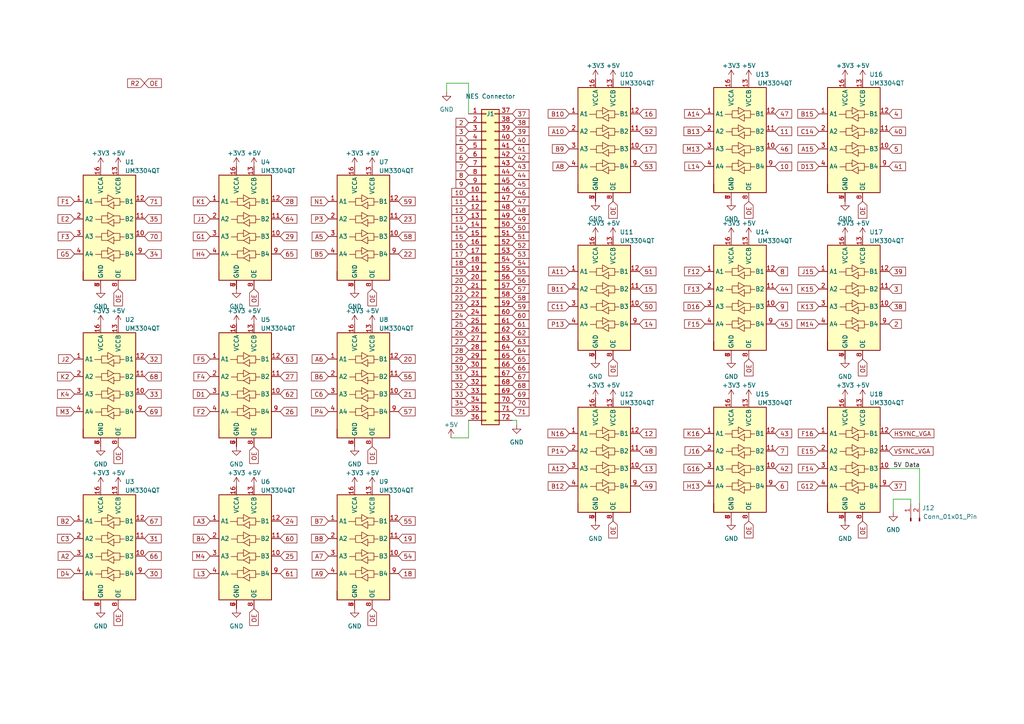
<source format=kicad_sch>
(kicad_sch (version 20230121) (generator eeschema)
  (paper "A4")
  (lib_symbols
    (symbol "Connector:Conn_01x02_Pin" (pin_names (offset 1.016) hide)
      (property "Reference" "J" (at 0 2.54 0))
      (property "Value" "Conn_01x02_Pin" (at 0 -5.08 0))
      (symbol "Conn_01x02_Pin_1_1"
        (pin passive line (at 5.08 0 180) (length 3.81) (name "Pin_1") (number "1"))
        (pin passive line (at 5.08 -2.54 180) (length 3.81) (name "Pin_2") (number "2"))
      )
    )
    (symbol "Connector_Generic:Conn_02x36_Top_Bottom" (pin_names (offset 1.016) hide)
      (property "Reference" "J" (at 1.27 45.72 0))
      (property "Value" "Conn_02x36_Top_Bottom" (at 1.27 -48.26 0))
      (symbol "Conn_02x36_Top_Bottom_1_1"
        (pin passive line (at -5.08 43.18 0) (length 3.81) (name "Pin_1") (number "1"))
        (pin passive line (at -5.08 20.32 0) (length 3.81) (name "Pin_10") (number "10"))
        (pin passive line (at -5.08 17.78 0) (length 3.81) (name "Pin_11") (number "11"))
        (pin passive line (at -5.08 15.24 0) (length 3.81) (name "Pin_12") (number "12"))
        (pin passive line (at -5.08 12.7 0) (length 3.81) (name "Pin_13") (number "13"))
        (pin passive line (at -5.08 10.16 0) (length 3.81) (name "Pin_14") (number "14"))
        (pin passive line (at -5.08 7.62 0) (length 3.81) (name "Pin_15") (number "15"))
        (pin passive line (at -5.08 5.08 0) (length 3.81) (name "Pin_16") (number "16"))
        (pin passive line (at -5.08 2.54 0) (length 3.81) (name "Pin_17") (number "17"))
        (pin passive line (at -5.08 0 0) (length 3.81) (name "Pin_18") (number "18"))
        (pin passive line (at -5.08 -2.54 0) (length 3.81) (name "Pin_19") (number "19"))
        (pin passive line (at -5.08 40.64 0) (length 3.81) (name "Pin_2") (number "2"))
        (pin passive line (at -5.08 -5.08 0) (length 3.81) (name "Pin_20") (number "20"))
        (pin passive line (at -5.08 -7.62 0) (length 3.81) (name "Pin_21") (number "21"))
        (pin passive line (at -5.08 -10.16 0) (length 3.81) (name "Pin_22") (number "22"))
        (pin passive line (at -5.08 -12.7 0) (length 3.81) (name "Pin_23") (number "23"))
        (pin passive line (at -5.08 -15.24 0) (length 3.81) (name "Pin_24") (number "24"))
        (pin passive line (at -5.08 -17.78 0) (length 3.81) (name "Pin_25") (number "25"))
        (pin passive line (at -5.08 -20.32 0) (length 3.81) (name "Pin_26") (number "26"))
        (pin passive line (at -5.08 -22.86 0) (length 3.81) (name "Pin_27") (number "27"))
        (pin passive line (at -5.08 -25.4 0) (length 3.81) (name "Pin_28") (number "28"))
        (pin passive line (at -5.08 -27.94 0) (length 3.81) (name "Pin_29") (number "29"))
        (pin passive line (at -5.08 38.1 0) (length 3.81) (name "Pin_3") (number "3"))
        (pin passive line (at -5.08 -30.48 0) (length 3.81) (name "Pin_30") (number "30"))
        (pin passive line (at -5.08 -33.02 0) (length 3.81) (name "Pin_31") (number "31"))
        (pin passive line (at -5.08 -35.56 0) (length 3.81) (name "Pin_32") (number "32"))
        (pin passive line (at -5.08 -38.1 0) (length 3.81) (name "Pin_33") (number "33"))
        (pin passive line (at -5.08 -40.64 0) (length 3.81) (name "Pin_34") (number "34"))
        (pin passive line (at -5.08 -43.18 0) (length 3.81) (name "Pin_35") (number "35"))
        (pin passive line (at -5.08 -45.72 0) (length 3.81) (name "Pin_36") (number "36"))
        (pin passive line (at 7.62 43.18 180) (length 3.81) (name "Pin_37") (number "37"))
        (pin passive line (at 7.62 40.64 180) (length 3.81) (name "Pin_38") (number "38"))
        (pin passive line (at 7.62 38.1 180) (length 3.81) (name "Pin_39") (number "39"))
        (pin passive line (at -5.08 35.56 0) (length 3.81) (name "Pin_4") (number "4"))
        (pin passive line (at 7.62 35.56 180) (length 3.81) (name "Pin_40") (number "40"))
        (pin passive line (at 7.62 33.02 180) (length 3.81) (name "Pin_41") (number "41"))
        (pin passive line (at 7.62 30.48 180) (length 3.81) (name "Pin_42") (number "42"))
        (pin passive line (at 7.62 27.94 180) (length 3.81) (name "Pin_43") (number "43"))
        (pin passive line (at 7.62 25.4 180) (length 3.81) (name "Pin_44") (number "44"))
        (pin passive line (at 7.62 22.86 180) (length 3.81) (name "Pin_45") (number "45"))
        (pin passive line (at 7.62 20.32 180) (length 3.81) (name "Pin_46") (number "46"))
        (pin passive line (at 7.62 17.78 180) (length 3.81) (name "Pin_47") (number "47"))
        (pin passive line (at 7.62 15.24 180) (length 3.81) (name "Pin_48") (number "48"))
        (pin passive line (at 7.62 12.7 180) (length 3.81) (name "Pin_49") (number "49"))
        (pin passive line (at -5.08 33.02 0) (length 3.81) (name "Pin_5") (number "5"))
        (pin passive line (at 7.62 10.16 180) (length 3.81) (name "Pin_50") (number "50"))
        (pin passive line (at 7.62 7.62 180) (length 3.81) (name "Pin_51") (number "51"))
        (pin passive line (at 7.62 5.08 180) (length 3.81) (name "Pin_52") (number "52"))
        (pin passive line (at 7.62 2.54 180) (length 3.81) (name "Pin_53") (number "53"))
        (pin passive line (at 7.62 0 180) (length 3.81) (name "Pin_54") (number "54"))
        (pin passive line (at 7.62 -2.54 180) (length 3.81) (name "Pin_55") (number "55"))
        (pin passive line (at 7.62 -5.08 180) (length 3.81) (name "Pin_56") (number "56"))
        (pin passive line (at 7.62 -7.62 180) (length 3.81) (name "Pin_57") (number "57"))
        (pin passive line (at 7.62 -10.16 180) (length 3.81) (name "Pin_58") (number "58"))
        (pin passive line (at 7.62 -12.7 180) (length 3.81) (name "Pin_59") (number "59"))
        (pin passive line (at -5.08 30.48 0) (length 3.81) (name "Pin_6") (number "6"))
        (pin passive line (at 7.62 -15.24 180) (length 3.81) (name "Pin_60") (number "60"))
        (pin passive line (at 7.62 -17.78 180) (length 3.81) (name "Pin_61") (number "61"))
        (pin passive line (at 7.62 -20.32 180) (length 3.81) (name "Pin_62") (number "62"))
        (pin passive line (at 7.62 -22.86 180) (length 3.81) (name "Pin_63") (number "63"))
        (pin passive line (at 7.62 -25.4 180) (length 3.81) (name "Pin_64") (number "64"))
        (pin passive line (at 7.62 -27.94 180) (length 3.81) (name "Pin_65") (number "65"))
        (pin passive line (at 7.62 -30.48 180) (length 3.81) (name "Pin_66") (number "66"))
        (pin passive line (at 7.62 -33.02 180) (length 3.81) (name "Pin_67") (number "67"))
        (pin passive line (at 7.62 -35.56 180) (length 3.81) (name "Pin_68") (number "68"))
        (pin passive line (at 7.62 -38.1 180) (length 3.81) (name "Pin_69") (number "69"))
        (pin passive line (at -5.08 27.94 0) (length 3.81) (name "Pin_7") (number "7"))
        (pin passive line (at 7.62 -40.64 180) (length 3.81) (name "Pin_70") (number "70"))
        (pin passive line (at 7.62 -43.18 180) (length 3.81) (name "Pin_71") (number "71"))
        (pin passive line (at 7.62 -45.72 180) (length 3.81) (name "Pin_72") (number "72"))
        (pin passive line (at -5.08 25.4 0) (length 3.81) (name "Pin_8") (number "8"))
        (pin passive line (at -5.08 22.86 0) (length 3.81) (name "Pin_9") (number "9"))
      )
    )
    (symbol "New_Library:UM3304QT"
      (property "Reference" "U" (at -6.35 16.51 0))
      (property "Value" "UM3304QT" (at 3.81 16.51 0))
      (symbol "UM3304QT_1_1"
        (pin bidirectional line (at -10.16 7.62 0) (length 2.54) (name "A1") (number "1"))
        (pin bidirectional line (at 10.16 -2.54 180) (length 2.54) (name "B3") (number "10"))
        (pin bidirectional line (at 10.16 2.54 180) (length 2.54) (name "B2") (number "11"))
        (pin bidirectional line (at 10.16 7.62 180) (length 2.54) (name "B1") (number "12"))
        (pin power_in line (at 2.54 17.78 270) (length 2.54) (name "VCCB") (number "13"))
        (pin no_connect line (at 10.16 12.7 180) (length 2.54) hide (name "NC") (number "14"))
        (pin no_connect line (at -10.16 12.7 0) (length 2.54) hide (name "NC") (number "15"))
        (pin power_in line (at -2.54 17.78 270) (length 2.54) (name "VCCA") (number "16"))
        (pin bidirectional line (at -10.16 2.54 0) (length 2.54) (name "A2") (number "2"))
        (pin bidirectional line (at -10.16 -2.54 0) (length 2.54) (name "A3") (number "3"))
        (pin bidirectional line (at -10.16 -7.62 0) (length 2.54) (name "A4") (number "4"))
        (pin no_connect line (at -10.16 -11.43 0) (length 2.54) hide (name "NC") (number "5"))
        (pin power_in line (at -2.54 -17.78 90) (length 2.54) (name "GND") (number "6"))
        (pin power_in line (at -2.54 -17.78 90) (length 2.54) (name "GND") (number "7"))
        (pin input line (at 2.54 -17.78 90) (length 2.54) (name "OE") (number "8"))
        (pin bidirectional line (at 10.16 -7.62 180) (length 2.54) (name "B4") (number "9"))
      )
    )
    (symbol "power:+3V3" (power) (pin_names (offset 0))
      (property "Value" "+3V3" (at 0 3.556 0))
      (symbol "+3V3_1_1"
        (pin power_in line (at 0 0 90) (length 0) hide (name "+3V3") (number "1"))
      )
    )
    (symbol "power:+5V" (power) (pin_names (offset 0))
      (property "Value" "+5V" (at 0 3.556 0))
      (symbol "+5V_1_1"
        (pin power_in line (at 0 0 90) (length 0) hide (name "+5V") (number "1"))
      )
    )
    (symbol "power:GND" (power) (pin_names (offset 0))
      (property "Value" "GND" (at 0 -3.81 0))
      (symbol "GND_1_1"
        (pin power_in line (at 0 0 270) (length 0) hide (name "GND") (number "1"))
      )
    )
  )
  (wire (pts (xy 149.86 121.92) (xy 149.86 123.19)))
  (wire (pts (xy 257.81 135.89) (xy 266.7 135.89)))
  (wire (pts (xy 259.08 148.59) (xy 259.08 144.78)))
  (wire (pts (xy 135.89 121.92) (xy 135.89 127)))
  (wire (pts (xy 135.89 127) (xy 130.81 127)))
  (wire (pts (xy 148.59 121.92) (xy 149.86 121.92)))
  (wire (pts (xy 259.08 144.78) (xy 264.16 144.78)))
  (wire (pts (xy 264.16 144.78) (xy 264.16 146.05)))
  (wire (pts (xy 266.7 135.89) (xy 266.7 146.05)))
  (wire (pts (xy 135.89 24.13) (xy 129.54 24.13)))
  (wire (pts (xy 129.54 24.13) (xy 129.54 26.67)))
  (wire (pts (xy 135.89 33.02) (xy 135.89 24.13)))
  (label "5V Data" (at 259.08 135.89 0))
  (global_label "43" (shape input) (at 148.59 48.26 0) (property "Intersheetrefs" "${INTERSHEET_REFS}" (effects hide)))
  (global_label "3" (shape input) (at 135.89 38.1 180) (property "Intersheetrefs" "${INTERSHEET_REFS}" (effects hide)))
  (global_label "OE" (shape input) (at 34.29 176.53 270) (property "Intersheetrefs" "${INTERSHEET_REFS}" (effects hide)))
  (global_label "A2" (shape input) (at 21.59 161.29 180) (property "Intersheetrefs" "${INTERSHEET_REFS}" (effects hide)))
  (global_label "22" (shape input) (at 115.57 73.66 0) (property "Intersheetrefs" "${INTERSHEET_REFS}" (effects hide)))
  (global_label "A12" (shape input) (at 165.1 135.89 180) (property "Intersheetrefs" "${INTERSHEET_REFS}" (effects hide)))
  (global_label "21" (shape input) (at 115.57 114.3 0) (property "Intersheetrefs" "${INTERSHEET_REFS}" (effects hide)))
  (global_label "9" (shape input) (at 224.79 88.9 0) (property "Intersheetrefs" "${INTERSHEET_REFS}" (effects hide)))
  (global_label "13" (shape input) (at 185.42 135.89 0) (property "Intersheetrefs" "${INTERSHEET_REFS}" (effects hide)))
  (global_label "4" (shape input) (at 135.89 40.64 180) (property "Intersheetrefs" "${INTERSHEET_REFS}" (effects hide)))
  (global_label "29" (shape input) (at 81.28 68.58 0) (property "Intersheetrefs" "${INTERSHEET_REFS}" (effects hide)))
  (global_label "66" (shape input) (at 148.59 106.68 0) (property "Intersheetrefs" "${INTERSHEET_REFS}" (effects hide)))
  (global_label "18" (shape input) (at 135.89 76.2 180) (property "Intersheetrefs" "${INTERSHEET_REFS}" (effects hide)))
  (global_label "23" (shape input) (at 135.89 88.9 180) (property "Intersheetrefs" "${INTERSHEET_REFS}" (effects hide)))
  (global_label "K1" (shape input) (at 60.96 58.42 180) (property "Intersheetrefs" "${INTERSHEET_REFS}" (effects hide)))
  (global_label "31" (shape input) (at 41.91 156.21 0) (property "Intersheetrefs" "${INTERSHEET_REFS}" (effects hide)))
  (global_label "30" (shape input) (at 135.89 106.68 180) (property "Intersheetrefs" "${INTERSHEET_REFS}" (effects hide)))
  (global_label "A9" (shape input) (at 95.25 166.37 180) (property "Intersheetrefs" "${INTERSHEET_REFS}" (effects hide)))
  (global_label "68" (shape input) (at 41.91 109.22 0) (property "Intersheetrefs" "${INTERSHEET_REFS}" (effects hide)))
  (global_label "D16" (shape input) (at 204.47 88.9 180) (property "Intersheetrefs" "${INTERSHEET_REFS}" (effects hide)))
  (global_label "K4" (shape input) (at 21.59 114.3 180) (property "Intersheetrefs" "${INTERSHEET_REFS}" (effects hide)))
  (global_label "48" (shape input) (at 185.42 130.81 0) (property "Intersheetrefs" "${INTERSHEET_REFS}" (effects hide)))
  (global_label "OE" (shape input) (at 41.91 24.13 0) (property "Intersheetrefs" "${INTERSHEET_REFS}" (effects hide)))
  (global_label "46" (shape input) (at 224.79 43.18 0) (property "Intersheetrefs" "${INTERSHEET_REFS}" (effects hide)))
  (global_label "34" (shape input) (at 135.89 116.84 180) (property "Intersheetrefs" "${INTERSHEET_REFS}" (effects hide)))
  (global_label "43" (shape input) (at 224.79 125.73 0) (property "Intersheetrefs" "${INTERSHEET_REFS}" (effects hide)))
  (global_label "56" (shape input) (at 115.57 109.22 0) (property "Intersheetrefs" "${INTERSHEET_REFS}" (effects hide)))
  (global_label "F4" (shape input) (at 60.96 109.22 180) (property "Intersheetrefs" "${INTERSHEET_REFS}" (effects hide)))
  (global_label "40" (shape input) (at 148.59 40.64 0) (property "Intersheetrefs" "${INTERSHEET_REFS}" (effects hide)))
  (global_label "OE" (shape input) (at 34.29 83.82 270) (property "Intersheetrefs" "${INTERSHEET_REFS}" (effects hide)))
  (global_label "A3" (shape input) (at 60.96 151.13 180) (property "Intersheetrefs" "${INTERSHEET_REFS}" (effects hide)))
  (global_label "14" (shape input) (at 135.89 66.04 180) (property "Intersheetrefs" "${INTERSHEET_REFS}" (effects hide)))
  (global_label "B7" (shape input) (at 95.25 151.13 180) (property "Intersheetrefs" "${INTERSHEET_REFS}" (effects hide)))
  (global_label "49" (shape input) (at 148.59 63.5 0) (property "Intersheetrefs" "${INTERSHEET_REFS}" (effects hide)))
  (global_label "10" (shape input) (at 135.89 55.88 180) (property "Intersheetrefs" "${INTERSHEET_REFS}" (effects hide)))
  (global_label "34" (shape input) (at 41.91 73.66 0) (property "Intersheetrefs" "${INTERSHEET_REFS}" (effects hide)))
  (global_label "F1" (shape input) (at 21.59 58.42 180) (property "Intersheetrefs" "${INTERSHEET_REFS}" (effects hide)))
  (global_label "F3" (shape input) (at 21.59 68.58 180) (property "Intersheetrefs" "${INTERSHEET_REFS}" (effects hide)))
  (global_label "44" (shape input) (at 148.59 50.8 0) (property "Intersheetrefs" "${INTERSHEET_REFS}" (effects hide)))
  (global_label "7" (shape input) (at 135.89 48.26 180) (property "Intersheetrefs" "${INTERSHEET_REFS}" (effects hide)))
  (global_label "VSYNC_VGA" (shape input) (at 257.81 130.81 0) (property "Intersheetrefs" "${INTERSHEET_REFS}" (effects hide)))
  (global_label "OE" (shape input) (at 73.66 176.53 270) (property "Intersheetrefs" "${INTERSHEET_REFS}" (effects hide)))
  (global_label "12" (shape input) (at 185.42 125.73 0) (property "Intersheetrefs" "${INTERSHEET_REFS}" (effects hide)))
  (global_label "C6" (shape input) (at 95.25 114.3 180) (property "Intersheetrefs" "${INTERSHEET_REFS}" (effects hide)))
  (global_label "54" (shape input) (at 148.59 76.2 0) (property "Intersheetrefs" "${INTERSHEET_REFS}" (effects hide)))
  (global_label "M13" (shape input) (at 204.47 43.18 180) (property "Intersheetrefs" "${INTERSHEET_REFS}" (effects hide)))
  (global_label "L14" (shape input) (at 204.47 48.26 180) (property "Intersheetrefs" "${INTERSHEET_REFS}" (effects hide)))
  (global_label "32" (shape input) (at 135.89 111.76 180) (property "Intersheetrefs" "${INTERSHEET_REFS}" (effects hide)))
  (global_label "33" (shape input) (at 41.91 114.3 0) (property "Intersheetrefs" "${INTERSHEET_REFS}" (effects hide)))
  (global_label "J1" (shape input) (at 60.96 63.5 180) (property "Intersheetrefs" "${INTERSHEET_REFS}" (effects hide)))
  (global_label "28" (shape input) (at 135.89 101.6 180) (property "Intersheetrefs" "${INTERSHEET_REFS}" (effects hide)))
  (global_label "OE" (shape input) (at 217.17 151.13 270) (property "Intersheetrefs" "${INTERSHEET_REFS}" (effects hide)))
  (global_label "33" (shape input) (at 135.89 114.3 180) (property "Intersheetrefs" "${INTERSHEET_REFS}" (effects hide)))
  (global_label "F14" (shape input) (at 237.49 135.89 180) (property "Intersheetrefs" "${INTERSHEET_REFS}" (effects hide)))
  (global_label "OE" (shape input) (at 250.19 58.42 270) (property "Intersheetrefs" "${INTERSHEET_REFS}" (effects hide)))
  (global_label "38" (shape input) (at 148.59 35.56 0) (property "Intersheetrefs" "${INTERSHEET_REFS}" (effects hide)))
  (global_label "47" (shape input) (at 224.79 33.02 0) (property "Intersheetrefs" "${INTERSHEET_REFS}" (effects hide)))
  (global_label "63" (shape input) (at 148.59 99.06 0) (property "Intersheetrefs" "${INTERSHEET_REFS}" (effects hide)))
  (global_label "B8" (shape input) (at 95.25 156.21 180) (property "Intersheetrefs" "${INTERSHEET_REFS}" (effects hide)))
  (global_label "58" (shape input) (at 148.59 86.36 0) (property "Intersheetrefs" "${INTERSHEET_REFS}" (effects hide)))
  (global_label "46" (shape input) (at 148.59 55.88 0) (property "Intersheetrefs" "${INTERSHEET_REFS}" (effects hide)))
  (global_label "14" (shape input) (at 185.42 93.98 0) (property "Intersheetrefs" "${INTERSHEET_REFS}" (effects hide)))
  (global_label "F15" (shape input) (at 204.47 93.98 180) (property "Intersheetrefs" "${INTERSHEET_REFS}" (effects hide)))
  (global_label "31" (shape input) (at 135.89 109.22 180) (property "Intersheetrefs" "${INTERSHEET_REFS}" (effects hide)))
  (global_label "F5" (shape input) (at 60.96 104.14 180) (property "Intersheetrefs" "${INTERSHEET_REFS}" (effects hide)))
  (global_label "23" (shape input) (at 115.57 63.5 0) (property "Intersheetrefs" "${INTERSHEET_REFS}" (effects hide)))
  (global_label "55" (shape input) (at 115.57 151.13 0) (property "Intersheetrefs" "${INTERSHEET_REFS}" (effects hide)))
  (global_label "A7" (shape input) (at 95.25 161.29 180) (property "Intersheetrefs" "${INTERSHEET_REFS}" (effects hide)))
  (global_label "57" (shape input) (at 115.57 119.38 0) (property "Intersheetrefs" "${INTERSHEET_REFS}" (effects hide)))
  (global_label "22" (shape input) (at 135.89 86.36 180) (property "Intersheetrefs" "${INTERSHEET_REFS}" (effects hide)))
  (global_label "H13" (shape input) (at 204.47 140.97 180) (property "Intersheetrefs" "${INTERSHEET_REFS}" (effects hide)))
  (global_label "OE" (shape input) (at 217.17 104.14 270) (property "Intersheetrefs" "${INTERSHEET_REFS}" (effects hide)))
  (global_label "60" (shape input) (at 148.59 91.44 0) (property "Intersheetrefs" "${INTERSHEET_REFS}" (effects hide)))
  (global_label "OE" (shape input) (at 73.66 83.82 270) (property "Intersheetrefs" "${INTERSHEET_REFS}" (effects hide)))
  (global_label "68" (shape input) (at 148.59 111.76 0) (property "Intersheetrefs" "${INTERSHEET_REFS}" (effects hide)))
  (global_label "67" (shape input) (at 148.59 109.22 0) (property "Intersheetrefs" "${INTERSHEET_REFS}" (effects hide)))
  (global_label "K16" (shape input) (at 204.47 125.73 180) (property "Intersheetrefs" "${INTERSHEET_REFS}" (effects hide)))
  (global_label "B6" (shape input) (at 95.25 109.22 180) (property "Intersheetrefs" "${INTERSHEET_REFS}" (effects hide)))
  (global_label "60" (shape input) (at 81.28 156.21 0) (property "Intersheetrefs" "${INTERSHEET_REFS}" (effects hide)))
  (global_label "F12" (shape input) (at 204.47 78.74 180) (property "Intersheetrefs" "${INTERSHEET_REFS}" (effects hide)))
  (global_label "11" (shape input) (at 135.89 58.42 180) (property "Intersheetrefs" "${INTERSHEET_REFS}" (effects hide)))
  (global_label "A8" (shape input) (at 165.1 48.26 180) (property "Intersheetrefs" "${INTERSHEET_REFS}" (effects hide)))
  (global_label "51" (shape input) (at 148.59 68.58 0) (property "Intersheetrefs" "${INTERSHEET_REFS}" (effects hide)))
  (global_label "58" (shape input) (at 115.57 68.58 0) (property "Intersheetrefs" "${INTERSHEET_REFS}" (effects hide)))
  (global_label "39" (shape input) (at 148.59 38.1 0) (property "Intersheetrefs" "${INTERSHEET_REFS}" (effects hide)))
  (global_label "OE" (shape input) (at 34.29 129.54 270) (property "Intersheetrefs" "${INTERSHEET_REFS}" (effects hide)))
  (global_label "A14" (shape input) (at 204.47 33.02 180) (property "Intersheetrefs" "${INTERSHEET_REFS}" (effects hide)))
  (global_label "71" (shape input) (at 41.91 58.42 0) (property "Intersheetrefs" "${INTERSHEET_REFS}" (effects hide)))
  (global_label "62" (shape input) (at 148.59 96.52 0) (property "Intersheetrefs" "${INTERSHEET_REFS}" (effects hide)))
  (global_label "13" (shape input) (at 135.89 63.5 180) (property "Intersheetrefs" "${INTERSHEET_REFS}" (effects hide)))
  (global_label "G16" (shape input) (at 204.47 135.89 180) (property "Intersheetrefs" "${INTERSHEET_REFS}" (effects hide)))
  (global_label "6" (shape input) (at 224.79 140.97 0) (property "Intersheetrefs" "${INTERSHEET_REFS}" (effects hide)))
  (global_label "15" (shape input) (at 185.42 83.82 0) (property "Intersheetrefs" "${INTERSHEET_REFS}" (effects hide)))
  (global_label "24" (shape input) (at 135.89 91.44 180) (property "Intersheetrefs" "${INTERSHEET_REFS}" (effects hide)))
  (global_label "44" (shape input) (at 224.79 83.82 0) (property "Intersheetrefs" "${INTERSHEET_REFS}" (effects hide)))
  (global_label "G1" (shape input) (at 60.96 68.58 180) (property "Intersheetrefs" "${INTERSHEET_REFS}" (effects hide)))
  (global_label "B12" (shape input) (at 165.1 140.97 180) (property "Intersheetrefs" "${INTERSHEET_REFS}" (effects hide)))
  (global_label "P4" (shape input) (at 95.25 119.38 180) (property "Intersheetrefs" "${INTERSHEET_REFS}" (effects hide)))
  (global_label "OE" (shape input) (at 107.95 83.82 270) (property "Intersheetrefs" "${INTERSHEET_REFS}" (effects hide)))
  (global_label "54" (shape input) (at 115.57 161.29 0) (property "Intersheetrefs" "${INTERSHEET_REFS}" (effects hide)))
  (global_label "8" (shape input) (at 135.89 50.8 180) (property "Intersheetrefs" "${INTERSHEET_REFS}" (effects hide)))
  (global_label "OE" (shape input) (at 217.17 58.42 270) (property "Intersheetrefs" "${INTERSHEET_REFS}" (effects hide)))
  (global_label "57" (shape input) (at 148.59 83.82 0) (property "Intersheetrefs" "${INTERSHEET_REFS}" (effects hide)))
  (global_label "59" (shape input) (at 148.59 88.9 0) (property "Intersheetrefs" "${INTERSHEET_REFS}" (effects hide)))
  (global_label "53" (shape input) (at 148.59 73.66 0) (property "Intersheetrefs" "${INTERSHEET_REFS}" (effects hide)))
  (global_label "K15" (shape input) (at 237.49 83.82 180) (property "Intersheetrefs" "${INTERSHEET_REFS}" (effects hide)))
  (global_label "70" (shape input) (at 41.91 68.58 0) (property "Intersheetrefs" "${INTERSHEET_REFS}" (effects hide)))
  (global_label "D4" (shape input) (at 21.59 166.37 180) (property "Intersheetrefs" "${INTERSHEET_REFS}" (effects hide)))
  (global_label "N1" (shape input) (at 95.25 58.42 180) (property "Intersheetrefs" "${INTERSHEET_REFS}" (effects hide)))
  (global_label "P3" (shape input) (at 95.25 63.5 180) (property "Intersheetrefs" "${INTERSHEET_REFS}" (effects hide)))
  (global_label "M3" (shape input) (at 21.59 119.38 180) (property "Intersheetrefs" "${INTERSHEET_REFS}" (effects hide)))
  (global_label "2" (shape input) (at 257.81 93.98 0) (property "Intersheetrefs" "${INTERSHEET_REFS}" (effects hide)))
  (global_label "53" (shape input) (at 185.42 48.26 0) (property "Intersheetrefs" "${INTERSHEET_REFS}" (effects hide)))
  (global_label "71" (shape input) (at 148.59 119.38 0) (property "Intersheetrefs" "${INTERSHEET_REFS}" (effects hide)))
  (global_label "B13" (shape input) (at 204.47 38.1 180) (property "Intersheetrefs" "${INTERSHEET_REFS}" (effects hide)))
  (global_label "A11" (shape input) (at 165.1 78.74 180) (property "Intersheetrefs" "${INTERSHEET_REFS}" (effects hide)))
  (global_label "21" (shape input) (at 135.89 83.82 180) (property "Intersheetrefs" "${INTERSHEET_REFS}" (effects hide)))
  (global_label "27" (shape input) (at 81.28 109.22 0) (property "Intersheetrefs" "${INTERSHEET_REFS}" (effects hide)))
  (global_label "20" (shape input) (at 135.89 81.28 180) (property "Intersheetrefs" "${INTERSHEET_REFS}" (effects hide)))
  (global_label "C11" (shape input) (at 165.1 88.9 180) (property "Intersheetrefs" "${INTERSHEET_REFS}" (effects hide)))
  (global_label "OE" (shape input) (at 73.66 129.54 270) (property "Intersheetrefs" "${INTERSHEET_REFS}" (effects hide)))
  (global_label "M14" (shape input) (at 237.49 93.98 180) (property "Intersheetrefs" "${INTERSHEET_REFS}" (effects hide)))
  (global_label "30" (shape input) (at 41.91 166.37 0) (property "Intersheetrefs" "${INTERSHEET_REFS}" (effects hide)))
  (global_label "R2" (shape input) (at 41.91 24.13 180) (property "Intersheetrefs" "${INTERSHEET_REFS}" (effects hide)))
  (global_label "49" (shape input) (at 185.42 140.97 0) (property "Intersheetrefs" "${INTERSHEET_REFS}" (effects hide)))
  (global_label "6" (shape input) (at 135.89 45.72 180) (property "Intersheetrefs" "${INTERSHEET_REFS}" (effects hide)))
  (global_label "55" (shape input) (at 148.59 78.74 0) (property "Intersheetrefs" "${INTERSHEET_REFS}" (effects hide)))
  (global_label "47" (shape input) (at 148.59 58.42 0) (property "Intersheetrefs" "${INTERSHEET_REFS}" (effects hide)))
  (global_label "62" (shape input) (at 81.28 114.3 0) (property "Intersheetrefs" "${INTERSHEET_REFS}" (effects hide)))
  (global_label "65" (shape input) (at 81.28 73.66 0) (property "Intersheetrefs" "${INTERSHEET_REFS}" (effects hide)))
  (global_label "C14" (shape input) (at 237.49 38.1 180) (property "Intersheetrefs" "${INTERSHEET_REFS}" (effects hide)))
  (global_label "26" (shape input) (at 135.89 96.52 180) (property "Intersheetrefs" "${INTERSHEET_REFS}" (effects hide)))
  (global_label "69" (shape input) (at 148.59 114.3 0) (property "Intersheetrefs" "${INTERSHEET_REFS}" (effects hide)))
  (global_label "B11" (shape input) (at 165.1 83.82 180) (property "Intersheetrefs" "${INTERSHEET_REFS}" (effects hide)))
  (global_label "40" (shape input) (at 257.81 38.1 0) (property "Intersheetrefs" "${INTERSHEET_REFS}" (effects hide)))
  (global_label "A10" (shape input) (at 165.1 38.1 180) (property "Intersheetrefs" "${INTERSHEET_REFS}" (effects hide)))
  (global_label "OE" (shape input) (at 177.8 104.14 270) (property "Intersheetrefs" "${INTERSHEET_REFS}" (effects hide)))
  (global_label "5" (shape input) (at 135.89 43.18 180) (property "Intersheetrefs" "${INTERSHEET_REFS}" (effects hide)))
  (global_label "70" (shape input) (at 148.59 116.84 0) (property "Intersheetrefs" "${INTERSHEET_REFS}" (effects hide)))
  (global_label "HSYNC_VGA" (shape input) (at 257.81 125.73 0) (property "Intersheetrefs" "${INTERSHEET_REFS}" (effects hide)))
  (global_label "19" (shape input) (at 135.89 78.74 180) (property "Intersheetrefs" "${INTERSHEET_REFS}" (effects hide)))
  (global_label "D13" (shape input) (at 237.49 48.26 180) (property "Intersheetrefs" "${INTERSHEET_REFS}" (effects hide)))
  (global_label "67" (shape input) (at 41.91 151.13 0) (property "Intersheetrefs" "${INTERSHEET_REFS}" (effects hide)))
  (global_label "J16" (shape input) (at 204.47 130.81 180) (property "Intersheetrefs" "${INTERSHEET_REFS}" (effects hide)))
  (global_label "41" (shape input) (at 257.81 48.26 0) (property "Intersheetrefs" "${INTERSHEET_REFS}" (effects hide)))
  (global_label "P13" (shape input) (at 165.1 93.98 180) (property "Intersheetrefs" "${INTERSHEET_REFS}" (effects hide)))
  (global_label "50" (shape input) (at 148.59 66.04 0) (property "Intersheetrefs" "${INTERSHEET_REFS}" (effects hide)))
  (global_label "L3" (shape input) (at 60.96 166.37 180) (property "Intersheetrefs" "${INTERSHEET_REFS}" (effects hide)))
  (global_label "48" (shape input) (at 148.59 60.96 0) (property "Intersheetrefs" "${INTERSHEET_REFS}" (effects hide)))
  (global_label "8" (shape input) (at 224.79 78.74 0) (property "Intersheetrefs" "${INTERSHEET_REFS}" (effects hide)))
  (global_label "39" (shape input) (at 257.81 78.74 0) (property "Intersheetrefs" "${INTERSHEET_REFS}" (effects hide)))
  (global_label "32" (shape input) (at 41.91 104.14 0) (property "Intersheetrefs" "${INTERSHEET_REFS}" (effects hide)))
  (global_label "H4" (shape input) (at 60.96 73.66 180) (property "Intersheetrefs" "${INTERSHEET_REFS}" (effects hide)))
  (global_label "25" (shape input) (at 135.89 93.98 180) (property "Intersheetrefs" "${INTERSHEET_REFS}" (effects hide)))
  (global_label "K13" (shape input) (at 237.49 88.9 180) (property "Intersheetrefs" "${INTERSHEET_REFS}" (effects hide)))
  (global_label "52" (shape input) (at 185.42 38.1 0) (property "Intersheetrefs" "${INTERSHEET_REFS}" (effects hide)))
  (global_label "B2" (shape input) (at 21.59 151.13 180) (property "Intersheetrefs" "${INTERSHEET_REFS}" (effects hide)))
  (global_label "37" (shape input) (at 148.59 33.02 0) (property "Intersheetrefs" "${INTERSHEET_REFS}" (effects hide)))
  (global_label "27" (shape input) (at 135.89 99.06 180) (property "Intersheetrefs" "${INTERSHEET_REFS}" (effects hide)))
  (global_label "F16" (shape input) (at 237.49 125.73 180) (property "Intersheetrefs" "${INTERSHEET_REFS}" (effects hide)))
  (global_label "64" (shape input) (at 81.28 63.5 0) (property "Intersheetrefs" "${INTERSHEET_REFS}" (effects hide)))
  (global_label "2" (shape input) (at 135.89 35.56 180) (property "Intersheetrefs" "${INTERSHEET_REFS}" (effects hide)))
  (global_label "25" (shape input) (at 81.28 161.29 0) (property "Intersheetrefs" "${INTERSHEET_REFS}" (effects hide)))
  (global_label "65" (shape input) (at 148.59 104.14 0) (property "Intersheetrefs" "${INTERSHEET_REFS}" (effects hide)))
  (global_label "12" (shape input) (at 135.89 60.96 180) (property "Intersheetrefs" "${INTERSHEET_REFS}" (effects hide)))
  (global_label "15" (shape input) (at 135.89 68.58 180) (property "Intersheetrefs" "${INTERSHEET_REFS}" (effects hide)))
  (global_label "B15" (shape input) (at 237.49 33.02 180) (property "Intersheetrefs" "${INTERSHEET_REFS}" (effects hide)))
  (global_label "35" (shape input) (at 135.89 119.38 180) (property "Intersheetrefs" "${INTERSHEET_REFS}" (effects hide)))
  (global_label "37" (shape input) (at 257.81 140.97 0) (property "Intersheetrefs" "${INTERSHEET_REFS}" (effects hide)))
  (global_label "69" (shape input) (at 41.91 119.38 0) (property "Intersheetrefs" "${INTERSHEET_REFS}" (effects hide)))
  (global_label "OE" (shape input) (at 177.8 58.42 270) (property "Intersheetrefs" "${INTERSHEET_REFS}" (effects hide)))
  (global_label "52" (shape input) (at 148.59 71.12 0) (property "Intersheetrefs" "${INTERSHEET_REFS}" (effects hide)))
  (global_label "64" (shape input) (at 148.59 101.6 0) (property "Intersheetrefs" "${INTERSHEET_REFS}" (effects hide)))
  (global_label "OE" (shape input) (at 250.19 104.14 270) (property "Intersheetrefs" "${INTERSHEET_REFS}" (effects hide)))
  (global_label "17" (shape input) (at 135.89 73.66 180) (property "Intersheetrefs" "${INTERSHEET_REFS}" (effects hide)))
  (global_label "J2" (shape input) (at 21.59 104.14 180) (property "Intersheetrefs" "${INTERSHEET_REFS}" (effects hide)))
  (global_label "E2" (shape input) (at 21.59 63.5 180) (property "Intersheetrefs" "${INTERSHEET_REFS}" (effects hide)))
  (global_label "B4" (shape input) (at 60.96 156.21 180) (property "Intersheetrefs" "${INTERSHEET_REFS}" (effects hide)))
  (global_label "A15" (shape input) (at 237.49 43.18 180) (property "Intersheetrefs" "${INTERSHEET_REFS}" (effects hide)))
  (global_label "3" (shape input) (at 257.81 83.82 0) (property "Intersheetrefs" "${INTERSHEET_REFS}" (effects hide)))
  (global_label "G5" (shape input) (at 21.59 73.66 180) (property "Intersheetrefs" "${INTERSHEET_REFS}" (effects hide)))
  (global_label "61" (shape input) (at 81.28 166.37 0) (property "Intersheetrefs" "${INTERSHEET_REFS}" (effects hide)))
  (global_label "A6" (shape input) (at 95.25 104.14 180) (property "Intersheetrefs" "${INTERSHEET_REFS}" (effects hide)))
  (global_label "OE" (shape input) (at 177.8 151.13 270) (property "Intersheetrefs" "${INTERSHEET_REFS}" (effects hide)))
  (global_label "G12" (shape input) (at 237.49 140.97 180) (property "Intersheetrefs" "${INTERSHEET_REFS}" (effects hide)))
  (global_label "B5" (shape input) (at 95.25 73.66 180) (property "Intersheetrefs" "${INTERSHEET_REFS}" (effects hide)))
  (global_label "42" (shape input) (at 148.59 45.72 0) (property "Intersheetrefs" "${INTERSHEET_REFS}" (effects hide)))
  (global_label "35" (shape input) (at 41.91 63.5 0) (property "Intersheetrefs" "${INTERSHEET_REFS}" (effects hide)))
  (global_label "B10" (shape input) (at 165.1 33.02 180) (property "Intersheetrefs" "${INTERSHEET_REFS}" (effects hide)))
  (global_label "63" (shape input) (at 81.28 104.14 0) (property "Intersheetrefs" "${INTERSHEET_REFS}" (effects hide)))
  (global_label "OE" (shape input) (at 107.95 176.53 270) (property "Intersheetrefs" "${INTERSHEET_REFS}" (effects hide)))
  (global_label "41" (shape input) (at 148.59 43.18 0) (property "Intersheetrefs" "${INTERSHEET_REFS}" (effects hide)))
  (global_label "61" (shape input) (at 148.59 93.98 0) (property "Intersheetrefs" "${INTERSHEET_REFS}" (effects hide)))
  (global_label "C3" (shape input) (at 21.59 156.21 180) (property "Intersheetrefs" "${INTERSHEET_REFS}" (effects hide)))
  (global_label "18" (shape input) (at 115.57 166.37 0) (property "Intersheetrefs" "${INTERSHEET_REFS}" (effects hide)))
  (global_label "4" (shape input) (at 257.81 33.02 0) (property "Intersheetrefs" "${INTERSHEET_REFS}" (effects hide)))
  (global_label "E15" (shape input) (at 237.49 130.81 180) (property "Intersheetrefs" "${INTERSHEET_REFS}" (effects hide)))
  (global_label "50" (shape input) (at 185.42 88.9 0) (property "Intersheetrefs" "${INTERSHEET_REFS}" (effects hide)))
  (global_label "A5" (shape input) (at 95.25 68.58 180) (property "Intersheetrefs" "${INTERSHEET_REFS}" (effects hide)))
  (global_label "59" (shape input) (at 115.57 58.42 0) (property "Intersheetrefs" "${INTERSHEET_REFS}" (effects hide)))
  (global_label "9" (shape input) (at 135.89 53.34 180) (property "Intersheetrefs" "${INTERSHEET_REFS}" (effects hide)))
  (global_label "29" (shape input) (at 135.89 104.14 180) (property "Intersheetrefs" "${INTERSHEET_REFS}" (effects hide)))
  (global_label "17" (shape input) (at 185.42 43.18 0) (property "Intersheetrefs" "${INTERSHEET_REFS}" (effects hide)))
  (global_label "45" (shape input) (at 224.79 93.98 0) (property "Intersheetrefs" "${INTERSHEET_REFS}" (effects hide)))
  (global_label "B9" (shape input) (at 165.1 43.18 180) (property "Intersheetrefs" "${INTERSHEET_REFS}" (effects hide)))
  (global_label "D1" (shape input) (at 60.96 114.3 180) (property "Intersheetrefs" "${INTERSHEET_REFS}" (effects hide)))
  (global_label "N16" (shape input) (at 165.1 125.73 180) (property "Intersheetrefs" "${INTERSHEET_REFS}" (effects hide)))
  (global_label "M4" (shape input) (at 60.96 161.29 180) (property "Intersheetrefs" "${INTERSHEET_REFS}" (effects hide)))
  (global_label "K2" (shape input) (at 21.59 109.22 180) (property "Intersheetrefs" "${INTERSHEET_REFS}" (effects hide)))
  (global_label "19" (shape input) (at 115.57 156.21 0) (property "Intersheetrefs" "${INTERSHEET_REFS}" (effects hide)))
  (global_label "51" (shape input) (at 185.42 78.74 0) (property "Intersheetrefs" "${INTERSHEET_REFS}" (effects hide)))
  (global_label "26" (shape input) (at 81.28 119.38 0) (property "Intersheetrefs" "${INTERSHEET_REFS}" (effects hide)))
  (global_label "7" (shape input) (at 224.79 130.81 0) (property "Intersheetrefs" "${INTERSHEET_REFS}" (effects hide)))
  (global_label "24" (shape input) (at 81.28 151.13 0) (property "Intersheetrefs" "${INTERSHEET_REFS}" (effects hide)))
  (global_label "20" (shape input) (at 115.57 104.14 0) (property "Intersheetrefs" "${INTERSHEET_REFS}" (effects hide)))
  (global_label "66" (shape input) (at 41.91 161.29 0) (property "Intersheetrefs" "${INTERSHEET_REFS}" (effects hide)))
  (global_label "42" (shape input) (at 224.79 135.89 0) (property "Intersheetrefs" "${INTERSHEET_REFS}" (effects hide)))
  (global_label "38" (shape input) (at 257.81 88.9 0) (property "Intersheetrefs" "${INTERSHEET_REFS}" (effects hide)))
  (global_label "56" (shape input) (at 148.59 81.28 0) (property "Intersheetrefs" "${INTERSHEET_REFS}" (effects hide)))
  (global_label "16" (shape input) (at 185.42 33.02 0) (property "Intersheetrefs" "${INTERSHEET_REFS}" (effects hide)))
  (global_label "P14" (shape input) (at 165.1 130.81 180) (property "Intersheetrefs" "${INTERSHEET_REFS}" (effects hide)))
  (global_label "OE" (shape input) (at 250.19 151.13 270) (property "Intersheetrefs" "${INTERSHEET_REFS}" (effects hide)))
  (global_label "28" (shape input) (at 81.28 58.42 0) (property "Intersheetrefs" "${INTERSHEET_REFS}" (effects hide)))
  (global_label "11" (shape input) (at 224.79 38.1 0) (property "Intersheetrefs" "${INTERSHEET_REFS}" (effects hide)))
  (global_label "10" (shape input) (at 224.79 48.26 0) (property "Intersheetrefs" "${INTERSHEET_REFS}" (effects hide)))
  (global_label "16" (shape input) (at 135.89 71.12 180) (property "Intersheetrefs" "${INTERSHEET_REFS}" (effects hide)))
  (global_label "J15" (shape input) (at 237.49 78.74 180) (property "Intersheetrefs" "${INTERSHEET_REFS}" (effects hide)))
  (global_label "OE" (shape input) (at 107.95 129.54 270) (property "Intersheetrefs" "${INTERSHEET_REFS}" (effects hide)))
  (global_label "5" (shape input) (at 257.81 43.18 0) (property "Intersheetrefs" "${INTERSHEET_REFS}" (effects hide)))
  (global_label "F2" (shape input) (at 60.96 119.38 180) (property "Intersheetrefs" "${INTERSHEET_REFS}" (effects hide)))
  (global_label "45" (shape input) (at 148.59 53.34 0) (property "Intersheetrefs" "${INTERSHEET_REFS}" (effects hide)))
  (global_label "F13" (shape input) (at 204.47 83.82 180) (property "Intersheetrefs" "${INTERSHEET_REFS}" (effects hide)))
  (symbol (lib_id "power:+5V") (at 34.29 48.26 0) (unit 1)
    (property "Reference" "#PWR07" (effects hide))
    (property "Value" "+5V" (at 34.29 44.45 0))
  )
  (symbol (lib_id "power:+5V") (at 107.95 140.97 0) (unit 1)
    (property "Reference" "#PWR027" (effects hide))
    (property "Value" "+5V" (at 107.95 137.16 0))
  )
  (symbol (lib_id "power:GND") (at 212.09 151.13 0) (unit 1)
    (property "Reference" "#PWR045" (effects hide))
    (property "Value" "GND" (at 212.09 156.21 0))
  )
  (symbol (lib_id "Connector_Generic:Conn_02x36_Top_Bottom") (at 140.97 76.2 0) (unit 1)
    (property "Reference" "J1" (at 142.24 33.02 0))
    (property "Value" "NES Connector" (at 142.24 27.94 0))
    (property "Footprint" "Library:NES_Connector" (effects hide))
  )
  (symbol (lib_id "power:GND") (at 29.21 129.54 0) (unit 1)
    (property "Reference" "#PWR04" (effects hide))
    (property "Value" "GND" (at 29.21 134.62 0))
  )
  (symbol (lib_id "power:GND") (at 245.11 104.14 0) (unit 1)
    (property "Reference" "#PWR052" (effects hide))
    (property "Value" "GND" (at 245.11 109.22 0))
  )
  (symbol (lib_id "power:+3V3") (at 172.72 115.57 0) (unit 1)
    (property "Reference" "#PWR035" (effects hide))
    (property "Value" "+3V3" (at 172.72 111.76 0))
  )
  (symbol (lib_id "New_Library:UM3304QT") (at 214.63 133.35 0) (unit 1)
    (property "Reference" "U15" (at 219.1259 114.3 0) (effects (justify left)))
    (property "Value" "UM3304QT" (at 219.71 116.84 0) (effects (justify left)))
    (property "Footprint" "Library:QFN-16_1.8x2.6_Pitch0.4mm" (effects hide))
  )
  (symbol (lib_id "power:+5V") (at 250.19 68.58 0) (unit 1)
    (property "Reference" "#PWR056" (effects hide))
    (property "Value" "+5V" (at 250.19 64.77 0))
  )
  (symbol (lib_id "power:+5V") (at 107.95 93.98 0) (unit 1)
    (property "Reference" "#PWR026" (effects hide))
    (property "Value" "+5V" (at 107.95 90.17 0))
  )
  (symbol (lib_id "New_Library:UM3304QT") (at 71.12 158.75 0) (unit 1)
    (property "Reference" "U6" (at 75.6159 139.7 0) (effects (justify left)))
    (property "Value" "UM3304QT" (at 75.6159 142.24 0) (effects (justify left)))
    (property "Footprint" "Library:QFN-16_1.8x2.6_Pitch0.4mm" (effects hide))
  )
  (symbol (lib_id "power:+3V3") (at 29.21 140.97 0) (unit 1)
    (property "Reference" "#PWR05" (effects hide))
    (property "Value" "+3V3" (at 29.21 137.16 0))
  )
  (symbol (lib_id "Connector:Conn_01x02_Pin") (at 264.16 151.13 90) (unit 1)
    (property "Reference" "J12" (at 269.24 147.32 90))
    (property "Value" "Conn_01x01_Pin" (at 275.59 149.86 90))
    (property "Footprint" "Connector_PinHeader_2.54mm:PinHeader_1x02_P2.54mm_Vertical" (effects hide))
  )
  (symbol (lib_id "power:+5V") (at 130.81 127 0) (unit 1)
    (property "Reference" "#PWR029" (effects hide))
    (property "Value" "+5V" (at 130.81 123.19 0))
  )
  (symbol (lib_id "New_Library:UM3304QT") (at 247.65 86.36 0) (unit 1)
    (property "Reference" "U17" (at 252.1459 67.31 0) (effects (justify left)))
    (property "Value" "UM3304QT" (at 252.1459 69.85 0) (effects (justify left)))
    (property "Footprint" "Library:QFN-16_1.8x2.6_Pitch0.4mm" (effects hide))
  )
  (symbol (lib_id "New_Library:UM3304QT") (at 175.26 86.36 0) (unit 1)
    (property "Reference" "U11" (at 179.7559 67.31 0) (effects (justify left)))
    (property "Value" "UM3304QT" (at 179.7559 69.85 0) (effects (justify left)))
    (property "Footprint" "Library:QFN-16_1.8x2.6_Pitch0.4mm" (effects hide))
  )
  (symbol (lib_id "power:GND") (at 29.21 83.82 0) (unit 1)
    (property "Reference" "#PWR02" (effects hide))
    (property "Value" "GND" (at 29.21 88.9 0))
  )
  (symbol (lib_id "power:+3V3") (at 212.09 22.86 0) (unit 1)
    (property "Reference" "#PWR040" (effects hide))
    (property "Value" "+3V3" (at 212.09 19.05 0))
  )
  (symbol (lib_id "New_Library:UM3304QT") (at 214.63 40.64 0) (unit 1)
    (property "Reference" "U13" (at 219.1259 21.59 0) (effects (justify left)))
    (property "Value" "UM3304QT" (at 219.71 24.13 0) (effects (justify left)))
    (property "Footprint" "Library:QFN-16_1.8x2.6_Pitch0.4mm" (effects hide))
  )
  (symbol (lib_id "power:+5V") (at 73.66 48.26 0) (unit 1)
    (property "Reference" "#PWR016" (effects hide))
    (property "Value" "+5V" (at 73.66 44.45 0))
  )
  (symbol (lib_id "New_Library:UM3304QT") (at 105.41 158.75 0) (unit 1)
    (property "Reference" "U9" (at 109.9059 139.7 0) (effects (justify left)))
    (property "Value" "UM3304QT" (at 109.9059 142.24 0) (effects (justify left)))
    (property "Footprint" "Library:QFN-16_1.8x2.6_Pitch0.4mm" (effects hide))
  )
  (symbol (lib_id "power:GND") (at 68.58 83.82 0) (unit 1)
    (property "Reference" "#PWR011" (effects hide))
    (property "Value" "GND" (at 68.58 88.9 0))
  )
  (symbol (lib_id "New_Library:UM3304QT") (at 175.26 133.35 0) (unit 1)
    (property "Reference" "U12" (at 179.7559 114.3 0) (effects (justify left)))
    (property "Value" "UM3304QT" (at 179.7559 116.84 0) (effects (justify left)))
    (property "Footprint" "Library:QFN-16_1.8x2.6_Pitch0.4mm" (effects hide))
  )
  (symbol (lib_id "power:+5V") (at 217.17 68.58 0) (unit 1)
    (property "Reference" "#PWR047" (effects hide))
    (property "Value" "+5V" (at 217.17 64.77 0))
  )
  (symbol (lib_id "power:GND") (at 172.72 151.13 0) (unit 1)
    (property "Reference" "#PWR036" (effects hide))
    (property "Value" "GND" (at 172.72 156.21 0))
  )
  (symbol (lib_id "New_Library:UM3304QT") (at 247.65 40.64 0) (unit 1)
    (property "Reference" "U16" (at 252.1459 21.59 0) (effects (justify left)))
    (property "Value" "UM3304QT" (at 252.1459 24.13 0) (effects (justify left)))
    (property "Footprint" "Library:QFN-16_1.8x2.6_Pitch0.4mm" (effects hide))
  )
  (symbol (lib_id "power:GND") (at 172.72 58.42 0) (unit 1)
    (property "Reference" "#PWR032" (effects hide))
    (property "Value" "GND" (at 172.72 63.5 0))
  )
  (symbol (lib_id "power:+5V") (at 250.19 115.57 0) (unit 1)
    (property "Reference" "#PWR057" (effects hide))
    (property "Value" "+5V" (at 250.19 111.76 0))
  )
  (symbol (lib_id "power:+3V3") (at 68.58 93.98 0) (unit 1)
    (property "Reference" "#PWR012" (effects hide))
    (property "Value" "+3V3" (at 68.58 90.17 0))
  )
  (symbol (lib_id "power:GND") (at 212.09 58.42 0) (unit 1)
    (property "Reference" "#PWR041" (effects hide))
    (property "Value" "GND" (at 212.09 63.5 0))
  )
  (symbol (lib_id "power:GND") (at 68.58 129.54 0) (unit 1)
    (property "Reference" "#PWR013" (effects hide))
    (property "Value" "GND" (at 68.58 134.62 0))
  )
  (symbol (lib_id "power:+3V3") (at 68.58 48.26 0) (unit 1)
    (property "Reference" "#PWR010" (effects hide))
    (property "Value" "+3V3" (at 68.58 44.45 0))
  )
  (symbol (lib_id "New_Library:UM3304QT") (at 175.26 40.64 0) (unit 1)
    (property "Reference" "U10" (at 179.7559 21.59 0) (effects (justify left)))
    (property "Value" "UM3304QT" (at 179.7559 24.13 0) (effects (justify left)))
    (property "Footprint" "Library:QFN-16_1.8x2.6_Pitch0.4mm" (effects hide))
  )
  (symbol (lib_id "New_Library:UM3304QT") (at 31.75 66.04 0) (unit 1)
    (property "Reference" "U1" (at 36.2459 46.99 0) (effects (justify left)))
    (property "Value" "UM3304QT" (at 36.2459 49.53 0) (effects (justify left)))
    (property "Footprint" "Library:QFN-16_1.8x2.6_Pitch0.4mm" (effects hide))
  )
  (symbol (lib_id "power:+5V") (at 34.29 140.97 0) (unit 1)
    (property "Reference" "#PWR09" (effects hide))
    (property "Value" "+5V" (at 34.29 137.16 0))
  )
  (symbol (lib_id "power:GND") (at 245.11 151.13 0) (unit 1)
    (property "Reference" "#PWR054" (effects hide))
    (property "Value" "GND" (at 245.11 156.21 0))
  )
  (symbol (lib_id "New_Library:UM3304QT") (at 31.75 158.75 0) (unit 1)
    (property "Reference" "U3" (at 36.2459 139.7 0) (effects (justify left)))
    (property "Value" "UM3304QT" (at 36.2459 142.24 0) (effects (justify left)))
    (property "Footprint" "Library:QFN-16_1.8x2.6_Pitch0.4mm" (effects hide))
  )
  (symbol (lib_id "power:+5V") (at 73.66 93.98 0) (unit 1)
    (property "Reference" "#PWR017" (effects hide))
    (property "Value" "+5V" (at 73.66 90.17 0))
  )
  (symbol (lib_id "power:+3V3") (at 245.11 22.86 0) (unit 1)
    (property "Reference" "#PWR049" (effects hide))
    (property "Value" "+3V3" (at 245.11 19.05 0))
  )
  (symbol (lib_id "power:+5V") (at 177.8 115.57 0) (unit 1)
    (property "Reference" "#PWR039" (effects hide))
    (property "Value" "+5V" (at 177.8 111.76 0))
  )
  (symbol (lib_id "power:+5V") (at 250.19 22.86 0) (unit 1)
    (property "Reference" "#PWR055" (effects hide))
    (property "Value" "+5V" (at 250.19 19.05 0))
  )
  (symbol (lib_id "power:+3V3") (at 172.72 68.58 0) (unit 1)
    (property "Reference" "#PWR033" (effects hide))
    (property "Value" "+3V3" (at 172.72 64.77 0))
  )
  (symbol (lib_id "power:GND") (at 212.09 104.14 0) (unit 1)
    (property "Reference" "#PWR043" (effects hide))
    (property "Value" "GND" (at 212.09 109.22 0))
  )
  (symbol (lib_id "power:+5V") (at 177.8 68.58 0) (unit 1)
    (property "Reference" "#PWR038" (effects hide))
    (property "Value" "+5V" (at 177.8 64.77 0))
  )
  (symbol (lib_id "power:GND") (at 29.21 176.53 0) (unit 1)
    (property "Reference" "#PWR06" (effects hide))
    (property "Value" "GND" (at 29.21 181.61 0))
  )
  (symbol (lib_id "New_Library:UM3304QT") (at 105.41 66.04 0) (unit 1)
    (property "Reference" "U7" (at 109.9059 46.99 0) (effects (justify left)))
    (property "Value" "UM3304QT" (at 109.9059 49.53 0) (effects (justify left)))
    (property "Footprint" "Library:QFN-16_1.8x2.6_Pitch0.4mm" (effects hide))
  )
  (symbol (lib_id "power:+5V") (at 34.29 93.98 0) (unit 1)
    (property "Reference" "#PWR08" (effects hide))
    (property "Value" "+5V" (at 34.29 90.17 0))
  )
  (symbol (lib_id "power:+5V") (at 107.95 48.26 0) (unit 1)
    (property "Reference" "#PWR025" (effects hide))
    (property "Value" "+5V" (at 107.95 44.45 0))
  )
  (symbol (lib_id "power:GND") (at 102.87 176.53 0) (unit 1)
    (property "Reference" "#PWR024" (effects hide))
    (property "Value" "GND" (at 102.87 181.61 0))
  )
  (symbol (lib_id "power:GND") (at 259.08 148.59 0) (unit 1)
    (property "Reference" "#PWR068" (effects hide))
    (property "Value" "GND" (at 259.08 153.67 0))
  )
  (symbol (lib_id "power:+5V") (at 177.8 22.86 0) (unit 1)
    (property "Reference" "#PWR037" (effects hide))
    (property "Value" "+5V" (at 177.8 19.05 0))
  )
  (symbol (lib_id "power:+5V") (at 73.66 140.97 0) (unit 1)
    (property "Reference" "#PWR018" (effects hide))
    (property "Value" "+5V" (at 73.66 137.16 0))
  )
  (symbol (lib_id "power:+3V3") (at 29.21 93.98 0) (unit 1)
    (property "Reference" "#PWR03" (effects hide))
    (property "Value" "+3V3" (at 29.21 90.17 0))
  )
  (symbol (lib_id "power:+3V3") (at 172.72 22.86 0) (unit 1)
    (property "Reference" "#PWR031" (effects hide))
    (property "Value" "+3V3" (at 172.72 19.05 0))
  )
  (symbol (lib_id "power:+3V3") (at 245.11 68.58 0) (unit 1)
    (property "Reference" "#PWR051" (effects hide))
    (property "Value" "+3V3" (at 245.11 64.77 0))
  )
  (symbol (lib_id "New_Library:UM3304QT") (at 247.65 133.35 0) (unit 1)
    (property "Reference" "U18" (at 252.1459 114.3 0) (effects (justify left)))
    (property "Value" "UM3304QT" (at 252.1459 116.84 0) (effects (justify left)))
    (property "Footprint" "Library:QFN-16_1.8x2.6_Pitch0.4mm" (effects hide))
  )
  (symbol (lib_id "power:GND") (at 102.87 83.82 0) (unit 1)
    (property "Reference" "#PWR020" (effects hide))
    (property "Value" "GND" (at 102.87 88.9 0))
  )
  (symbol (lib_id "power:+5V") (at 217.17 115.57 0) (unit 1)
    (property "Reference" "#PWR048" (effects hide))
    (property "Value" "+5V" (at 217.17 111.76 0))
  )
  (symbol (lib_id "New_Library:UM3304QT") (at 214.63 86.36 0) (unit 1)
    (property "Reference" "U14" (at 219.1259 67.31 0) (effects (justify left)))
    (property "Value" "UM3304QT" (at 219.71 69.85 0) (effects (justify left)))
    (property "Footprint" "Library:QFN-16_1.8x2.6_Pitch0.4mm" (effects hide))
  )
  (symbol (lib_id "power:+3V3") (at 102.87 140.97 0) (unit 1)
    (property "Reference" "#PWR023" (effects hide))
    (property "Value" "+3V3" (at 102.87 137.16 0))
  )
  (symbol (lib_id "power:+3V3") (at 68.58 140.97 0) (unit 1)
    (property "Reference" "#PWR014" (effects hide))
    (property "Value" "+3V3" (at 68.58 137.16 0))
  )
  (symbol (lib_id "power:+3V3") (at 212.09 115.57 0) (unit 1)
    (property "Reference" "#PWR044" (effects hide))
    (property "Value" "+3V3" (at 212.09 111.76 0))
  )
  (symbol (lib_id "power:GND") (at 129.54 26.67 0) (unit 1)
    (property "Reference" "#PWR028" (effects hide))
    (property "Value" "GND" (at 129.54 31.75 0))
  )
  (symbol (lib_id "power:GND") (at 172.72 104.14 0) (unit 1)
    (property "Reference" "#PWR034" (effects hide))
    (property "Value" "GND" (at 172.72 109.22 0))
  )
  (symbol (lib_id "New_Library:UM3304QT") (at 71.12 66.04 0) (unit 1)
    (property "Reference" "U4" (at 75.6159 46.99 0) (effects (justify left)))
    (property "Value" "UM3304QT" (at 75.6159 49.53 0) (effects (justify left)))
    (property "Footprint" "Library:QFN-16_1.8x2.6_Pitch0.4mm" (effects hide))
  )
  (symbol (lib_id "power:+3V3") (at 245.11 115.57 0) (unit 1)
    (property "Reference" "#PWR053" (effects hide))
    (property "Value" "+3V3" (at 245.11 111.76 0))
  )
  (symbol (lib_id "power:+5V") (at 217.17 22.86 0) (unit 1)
    (property "Reference" "#PWR046" (effects hide))
    (property "Value" "+5V" (at 217.17 19.05 0))
  )
  (symbol (lib_id "power:+3V3") (at 29.21 48.26 0) (unit 1)
    (property "Reference" "#PWR01" (effects hide))
    (property "Value" "+3V3" (at 29.21 44.45 0))
  )
  (symbol (lib_id "power:+3V3") (at 212.09 68.58 0) (unit 1)
    (property "Reference" "#PWR042" (effects hide))
    (property "Value" "+3V3" (at 212.09 64.77 0))
  )
  (symbol (lib_id "power:+3V3") (at 102.87 48.26 0) (unit 1)
    (property "Reference" "#PWR019" (effects hide))
    (property "Value" "+3V3" (at 102.87 44.45 0))
  )
  (symbol (lib_id "New_Library:UM3304QT") (at 71.12 111.76 0) (unit 1)
    (property "Reference" "U5" (at 75.6159 92.71 0) (effects (justify left)))
    (property "Value" "UM3304QT" (at 75.6159 95.25 0) (effects (justify left)))
    (property "Footprint" "Library:QFN-16_1.8x2.6_Pitch0.4mm" (effects hide))
  )
  (symbol (lib_id "power:GND") (at 102.87 129.54 0) (unit 1)
    (property "Reference" "#PWR022" (effects hide))
    (property "Value" "GND" (at 102.87 134.62 0))
  )
  (symbol (lib_id "power:GND") (at 245.11 58.42 0) (unit 1)
    (property "Reference" "#PWR050" (effects hide))
    (property "Value" "GND" (at 245.11 63.5 0))
  )
  (symbol (lib_id "power:GND") (at 149.86 123.19 0) (unit 1)
    (property "Reference" "#PWR030" (effects hide))
    (property "Value" "GND" (at 149.86 128.27 0))
  )
  (symbol (lib_id "New_Library:UM3304QT") (at 31.75 111.76 0) (unit 1)
    (property "Reference" "U2" (at 36.2459 92.71 0) (effects (justify left)))
    (property "Value" "UM3304QT" (at 36.2459 95.25 0) (effects (justify left)))
    (property "Footprint" "Library:QFN-16_1.8x2.6_Pitch0.4mm" (effects hide))
  )
  (symbol (lib_id "New_Library:UM3304QT") (at 105.41 111.76 0) (unit 1)
    (property "Reference" "U8" (at 109.9059 92.71 0) (effects (justify left)))
    (property "Value" "UM3304QT" (at 109.9059 95.25 0) (effects (justify left)))
    (property "Footprint" "Library:QFN-16_1.8x2.6_Pitch0.4mm" (effects hide))
  )
  (symbol (lib_id "power:GND") (at 68.58 176.53 0) (unit 1)
    (property "Reference" "#PWR015" (effects hide))
    (property "Value" "GND" (at 68.58 181.61 0))
  )
  (symbol (lib_id "power:+3V3") (at 102.87 93.98 0) (unit 1)
    (property "Reference" "#PWR021" (effects hide))
    (property "Value" "+3V3" (at 102.87 90.17 0))
  )
)
</source>
